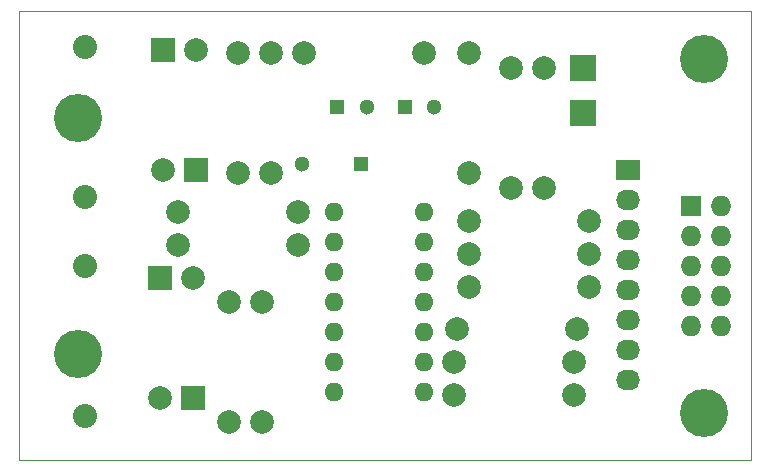
<source format=gbr>
G04 #@! TF.FileFunction,Soldermask,Bot*
%FSLAX46Y46*%
G04 Gerber Fmt 4.6, Leading zero omitted, Abs format (unit mm)*
G04 Created by KiCad (PCBNEW 4.0.1-stable) date Sonntag, 31. Januar 2016 13:18:43*
%MOMM*%
G01*
G04 APERTURE LIST*
%ADD10C,0.100000*%
%ADD11C,1.998980*%
%ADD12R,1.998980X1.998980*%
%ADD13C,4.064000*%
%ADD14R,1.300000X1.300000*%
%ADD15C,1.300000*%
%ADD16O,1.600000X1.600000*%
%ADD17R,1.727200X1.727200*%
%ADD18O,1.727200X1.727200*%
%ADD19C,2.032000*%
%ADD20R,2.032000X1.727200*%
%ADD21O,2.032000X1.727200*%
%ADD22R,2.235200X2.235200*%
G04 APERTURE END LIST*
D10*
X0Y0D02*
X0Y1000000D01*
X62000000Y0D02*
X0Y0D01*
X62000000Y38000000D02*
X62000000Y0D01*
X0Y38000000D02*
X62000000Y38000000D01*
X0Y1000000D02*
X0Y38000000D01*
D11*
X14999460Y34750000D03*
D12*
X14999460Y24590000D03*
D11*
X12210540Y24590000D03*
D12*
X12210540Y34750000D03*
D11*
X14745460Y15446000D03*
D12*
X14745460Y5286000D03*
D11*
X11956540Y5286000D03*
D12*
X11956540Y15446000D03*
D13*
X5000000Y29000000D03*
X5000000Y9000000D03*
X58000000Y4000000D03*
X58000000Y34000000D03*
D14*
X28972000Y25098000D03*
D15*
X23972000Y25098000D03*
D16*
X26686000Y21034000D03*
X26686000Y18494000D03*
X26686000Y15954000D03*
X26686000Y13414000D03*
X26686000Y10874000D03*
X26686000Y8334000D03*
X26686000Y5794000D03*
X34306000Y5794000D03*
X34306000Y8334000D03*
X34306000Y10874000D03*
X34306000Y13414000D03*
X34306000Y15954000D03*
X34306000Y18494000D03*
X34306000Y21034000D03*
D11*
X41672000Y23066000D03*
X41672000Y33226000D03*
X47006000Y8334000D03*
X36846000Y8334000D03*
X47260000Y11128000D03*
X37100000Y11128000D03*
X36846000Y5540000D03*
X47006000Y5540000D03*
X24146000Y34496000D03*
X34306000Y34496000D03*
X20590000Y3254000D03*
X20590000Y13414000D03*
X44466000Y23066000D03*
X44466000Y33226000D03*
X38116000Y17478000D03*
X48276000Y17478000D03*
X48276000Y14684000D03*
X38116000Y14684000D03*
X38116000Y20272000D03*
X48276000Y20272000D03*
X13478000Y18240000D03*
X23638000Y18240000D03*
X17796000Y13414000D03*
X17796000Y3254000D03*
X38116000Y24336000D03*
X38116000Y34496000D03*
X21352000Y24336000D03*
X21352000Y34496000D03*
X13478000Y21034000D03*
X23638000Y21034000D03*
X18558000Y34496000D03*
X18558000Y24336000D03*
D17*
X56912000Y21542000D03*
D18*
X59452000Y21542000D03*
X56912000Y19002000D03*
X59452000Y19002000D03*
X56912000Y16462000D03*
X59452000Y16462000D03*
X56912000Y13922000D03*
X59452000Y13922000D03*
X56912000Y11382000D03*
X59452000Y11382000D03*
D14*
X26940000Y29924000D03*
D15*
X29440000Y29924000D03*
D14*
X32655000Y29924000D03*
D15*
X35155000Y29924000D03*
D19*
X5604000Y22304000D03*
X5604000Y35004000D03*
X5604000Y3762000D03*
X5604000Y16462000D03*
D20*
X51578000Y24590000D03*
D21*
X51578000Y22050000D03*
X51578000Y19510000D03*
X51578000Y16970000D03*
X51578000Y14430000D03*
X51578000Y11890000D03*
X51578000Y9350000D03*
X51578000Y6810000D03*
D22*
X47768000Y33226000D03*
X47768000Y29416000D03*
M02*

</source>
